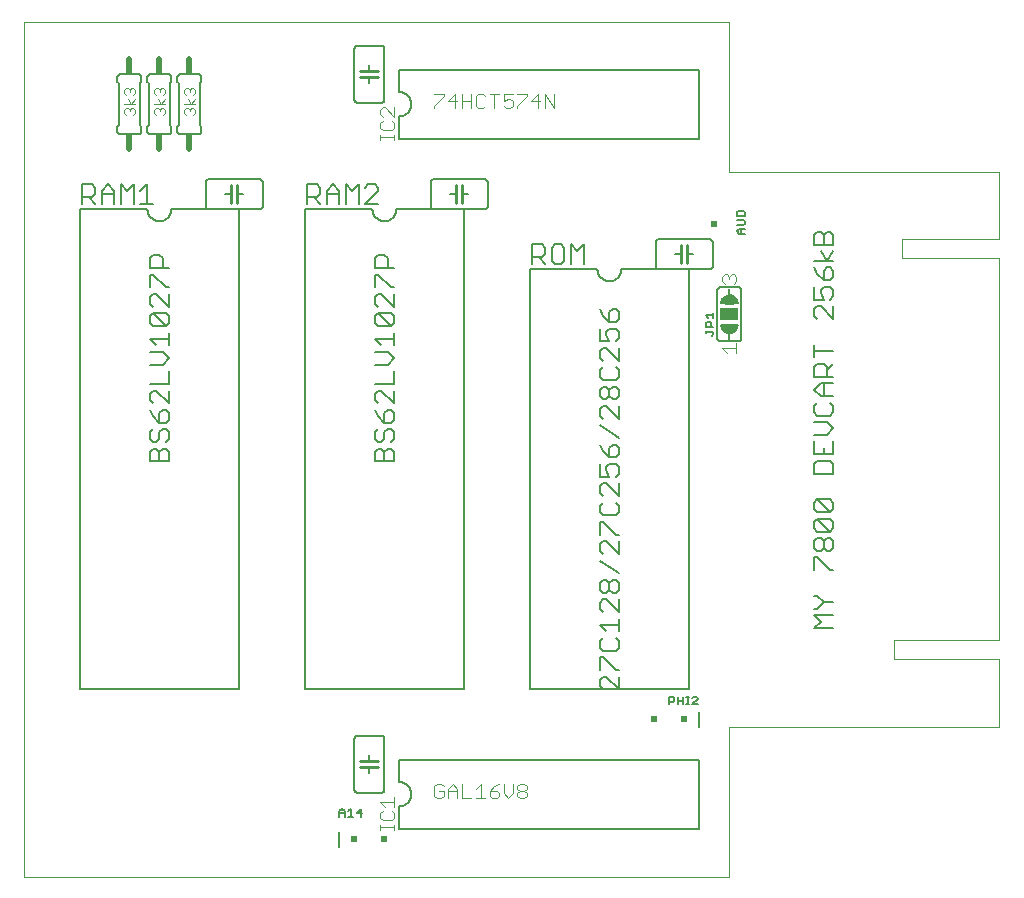
<source format=gto>
G75*
%MOIN*%
%OFA0B0*%
%FSLAX24Y24*%
%IPPOS*%
%LPD*%
%AMOC8*
5,1,8,0,0,1.08239X$1,22.5*
%
%ADD10C,0.0060*%
%ADD11C,0.0000*%
%ADD12C,0.0040*%
%ADD13C,0.0100*%
%ADD14C,0.0200*%
%ADD15R,0.0200X0.0150*%
%ADD16C,0.0080*%
%ADD17C,0.0050*%
%ADD18R,0.0600X0.0400*%
%ADD19R,0.0200X0.0200*%
D10*
X001950Y006350D02*
X007250Y006350D01*
X007250Y022350D01*
X005000Y022350D01*
X004998Y022311D01*
X004992Y022272D01*
X004983Y022234D01*
X004970Y022197D01*
X004953Y022161D01*
X004933Y022128D01*
X004909Y022096D01*
X004883Y022067D01*
X004854Y022041D01*
X004822Y022017D01*
X004789Y021997D01*
X004753Y021980D01*
X004716Y021967D01*
X004678Y021958D01*
X004639Y021952D01*
X004600Y021950D01*
X004561Y021952D01*
X004522Y021958D01*
X004484Y021967D01*
X004447Y021980D01*
X004411Y021997D01*
X004378Y022017D01*
X004346Y022041D01*
X004317Y022067D01*
X004291Y022096D01*
X004267Y022128D01*
X004247Y022161D01*
X004230Y022197D01*
X004217Y022234D01*
X004208Y022272D01*
X004202Y022311D01*
X004200Y022350D01*
X001950Y022350D01*
X001950Y006350D01*
X009450Y006350D02*
X014750Y006350D01*
X014750Y022350D01*
X012500Y022350D01*
X012498Y022311D01*
X012492Y022272D01*
X012483Y022234D01*
X012470Y022197D01*
X012453Y022161D01*
X012433Y022128D01*
X012409Y022096D01*
X012383Y022067D01*
X012354Y022041D01*
X012322Y022017D01*
X012289Y021997D01*
X012253Y021980D01*
X012216Y021967D01*
X012178Y021958D01*
X012139Y021952D01*
X012100Y021950D01*
X012061Y021952D01*
X012022Y021958D01*
X011984Y021967D01*
X011947Y021980D01*
X011911Y021997D01*
X011878Y022017D01*
X011846Y022041D01*
X011817Y022067D01*
X011791Y022096D01*
X011767Y022128D01*
X011747Y022161D01*
X011730Y022197D01*
X011717Y022234D01*
X011708Y022272D01*
X011702Y022311D01*
X011700Y022350D01*
X009450Y022350D01*
X009450Y006350D01*
X011100Y004700D02*
X011100Y003000D01*
X011102Y002983D01*
X011106Y002966D01*
X011113Y002950D01*
X011123Y002936D01*
X011136Y002923D01*
X011150Y002913D01*
X011166Y002906D01*
X011183Y002902D01*
X011200Y002900D01*
X012000Y002900D01*
X012017Y002902D01*
X012034Y002906D01*
X012050Y002913D01*
X012064Y002923D01*
X012077Y002936D01*
X012087Y002950D01*
X012094Y002966D01*
X012098Y002983D01*
X012100Y003000D01*
X012100Y004700D01*
X012098Y004717D01*
X012094Y004734D01*
X012087Y004750D01*
X012077Y004764D01*
X012064Y004777D01*
X012050Y004787D01*
X012034Y004794D01*
X012017Y004798D01*
X012000Y004800D01*
X011200Y004800D01*
X011183Y004798D01*
X011166Y004794D01*
X011150Y004787D01*
X011136Y004777D01*
X011123Y004764D01*
X011113Y004750D01*
X011106Y004734D01*
X011102Y004717D01*
X011100Y004700D01*
X011600Y004150D02*
X011600Y004000D01*
X011600Y003950D01*
X011600Y003750D02*
X011600Y003700D01*
X011600Y003550D01*
X012600Y003250D02*
X012600Y004000D01*
X022600Y004000D01*
X022600Y001700D01*
X012600Y001700D01*
X012600Y002450D01*
X012639Y002452D01*
X012678Y002458D01*
X012716Y002467D01*
X012753Y002480D01*
X012789Y002497D01*
X012822Y002517D01*
X012854Y002541D01*
X012883Y002567D01*
X012909Y002596D01*
X012933Y002628D01*
X012953Y002661D01*
X012970Y002697D01*
X012983Y002734D01*
X012992Y002772D01*
X012998Y002811D01*
X013000Y002850D01*
X012998Y002889D01*
X012992Y002928D01*
X012983Y002966D01*
X012970Y003003D01*
X012953Y003039D01*
X012933Y003072D01*
X012909Y003104D01*
X012883Y003133D01*
X012854Y003159D01*
X012822Y003183D01*
X012789Y003203D01*
X012753Y003220D01*
X012716Y003233D01*
X012678Y003242D01*
X012639Y003248D01*
X012600Y003250D01*
X011319Y002360D02*
X011189Y002230D01*
X011363Y002230D01*
X011319Y002100D02*
X011319Y002360D01*
X010981Y002360D02*
X010981Y002100D01*
X010895Y002100D02*
X011068Y002100D01*
X010895Y002273D02*
X010981Y002360D01*
X010773Y002273D02*
X010773Y002100D01*
X010773Y002230D02*
X010600Y002230D01*
X010600Y002273D02*
X010687Y002360D01*
X010773Y002273D01*
X010600Y002273D02*
X010600Y002100D01*
X016950Y006350D02*
X022250Y006350D01*
X022250Y020350D01*
X020000Y020350D01*
X019998Y020311D01*
X019992Y020272D01*
X019983Y020234D01*
X019970Y020197D01*
X019953Y020161D01*
X019933Y020128D01*
X019909Y020096D01*
X019883Y020067D01*
X019854Y020041D01*
X019822Y020017D01*
X019789Y019997D01*
X019753Y019980D01*
X019716Y019967D01*
X019678Y019958D01*
X019639Y019952D01*
X019600Y019950D01*
X019561Y019952D01*
X019522Y019958D01*
X019484Y019967D01*
X019447Y019980D01*
X019411Y019997D01*
X019378Y020017D01*
X019346Y020041D01*
X019317Y020067D01*
X019291Y020096D01*
X019267Y020128D01*
X019247Y020161D01*
X019230Y020197D01*
X019217Y020234D01*
X019208Y020272D01*
X019202Y020311D01*
X019200Y020350D01*
X016950Y020350D01*
X016950Y006350D01*
X019279Y006446D02*
X019386Y006339D01*
X019279Y006446D02*
X019279Y006659D01*
X019386Y006766D01*
X019493Y006766D01*
X019920Y006339D01*
X019920Y006766D01*
X019920Y006984D02*
X019813Y006984D01*
X019386Y007411D01*
X019279Y007411D01*
X019279Y006984D01*
X019386Y007628D02*
X019813Y007628D01*
X019920Y007735D01*
X019920Y007948D01*
X019813Y008055D01*
X019920Y008273D02*
X019920Y008700D01*
X019920Y008486D02*
X019279Y008486D01*
X019493Y008273D01*
X019386Y008055D02*
X019279Y007948D01*
X019279Y007735D01*
X019386Y007628D01*
X019386Y008917D02*
X019279Y009024D01*
X019279Y009237D01*
X019386Y009344D01*
X019493Y009344D01*
X019920Y008917D01*
X019920Y009344D01*
X019813Y009562D02*
X019706Y009562D01*
X019600Y009668D01*
X019600Y009882D01*
X019706Y009989D01*
X019813Y009989D01*
X019920Y009882D01*
X019920Y009668D01*
X019813Y009562D01*
X019600Y009668D02*
X019493Y009562D01*
X019386Y009562D01*
X019279Y009668D01*
X019279Y009882D01*
X019386Y009989D01*
X019493Y009989D01*
X019600Y009882D01*
X019920Y010206D02*
X019279Y010633D01*
X019386Y010851D02*
X019279Y010958D01*
X019279Y011171D01*
X019386Y011278D01*
X019493Y011278D01*
X019920Y010851D01*
X019920Y011278D01*
X019920Y011495D02*
X019813Y011495D01*
X019386Y011922D01*
X019279Y011922D01*
X019279Y011495D01*
X019386Y012140D02*
X019813Y012140D01*
X019920Y012247D01*
X019920Y012460D01*
X019813Y012567D01*
X019920Y012784D02*
X019493Y013212D01*
X019386Y013212D01*
X019279Y013105D01*
X019279Y012891D01*
X019386Y012784D01*
X019386Y012567D02*
X019279Y012460D01*
X019279Y012247D01*
X019386Y012140D01*
X019920Y012784D02*
X019920Y013212D01*
X019813Y013429D02*
X019920Y013536D01*
X019920Y013749D01*
X019813Y013856D01*
X019600Y013856D01*
X019493Y013749D01*
X019493Y013643D01*
X019600Y013429D01*
X019279Y013429D01*
X019279Y013856D01*
X019600Y014074D02*
X019386Y014287D01*
X019279Y014501D01*
X019600Y014394D02*
X019600Y014074D01*
X019813Y014074D01*
X019920Y014180D01*
X019920Y014394D01*
X019813Y014501D01*
X019706Y014501D01*
X019600Y014394D01*
X019920Y014718D02*
X019279Y015145D01*
X019386Y015363D02*
X019279Y015469D01*
X019279Y015683D01*
X019386Y015790D01*
X019493Y015790D01*
X019920Y015363D01*
X019920Y015790D01*
X019813Y016007D02*
X019920Y016114D01*
X019920Y016328D01*
X019813Y016434D01*
X019706Y016434D01*
X019600Y016328D01*
X019600Y016114D01*
X019493Y016007D01*
X019386Y016007D01*
X019279Y016114D01*
X019279Y016328D01*
X019386Y016434D01*
X019493Y016434D01*
X019600Y016328D01*
X019600Y016114D02*
X019706Y016007D01*
X019813Y016007D01*
X019813Y016652D02*
X019386Y016652D01*
X019279Y016759D01*
X019279Y016972D01*
X019386Y017079D01*
X019386Y017296D02*
X019279Y017403D01*
X019279Y017617D01*
X019386Y017723D01*
X019493Y017723D01*
X019920Y017296D01*
X019920Y017723D01*
X019813Y017941D02*
X019920Y018048D01*
X019920Y018261D01*
X019813Y018368D01*
X019600Y018368D01*
X019493Y018261D01*
X019493Y018154D01*
X019600Y017941D01*
X019279Y017941D01*
X019279Y018368D01*
X019600Y018585D02*
X019386Y018799D01*
X019279Y019012D01*
X019600Y018906D02*
X019600Y018585D01*
X019813Y018585D01*
X019920Y018692D01*
X019920Y018906D01*
X019813Y019012D01*
X019706Y019012D01*
X019600Y018906D01*
X021250Y020350D02*
X022950Y020350D01*
X022967Y020352D01*
X022984Y020356D01*
X023000Y020363D01*
X023014Y020373D01*
X023027Y020386D01*
X023037Y020400D01*
X023044Y020416D01*
X023048Y020433D01*
X023050Y020450D01*
X023050Y021250D01*
X023048Y021267D01*
X023044Y021284D01*
X023037Y021300D01*
X023027Y021314D01*
X023014Y021327D01*
X023000Y021337D01*
X022984Y021344D01*
X022967Y021348D01*
X022950Y021350D01*
X021250Y021350D01*
X021233Y021348D01*
X021216Y021344D01*
X021200Y021337D01*
X021186Y021327D01*
X021173Y021314D01*
X021163Y021300D01*
X021156Y021284D01*
X021152Y021267D01*
X021150Y021250D01*
X021150Y020450D01*
X021152Y020433D01*
X021156Y020416D01*
X021163Y020400D01*
X021173Y020386D01*
X021186Y020373D01*
X021200Y020363D01*
X021216Y020356D01*
X021233Y020352D01*
X021250Y020350D01*
X021800Y020850D02*
X021950Y020850D01*
X022000Y020850D01*
X022200Y020850D02*
X022250Y020850D01*
X022400Y020850D01*
X023850Y021613D02*
X023937Y021700D01*
X024110Y021700D01*
X024067Y021821D02*
X024110Y021864D01*
X024110Y021951D01*
X024067Y021994D01*
X023850Y021994D01*
X023850Y022115D02*
X023850Y022245D01*
X023893Y022289D01*
X024067Y022289D01*
X024110Y022245D01*
X024110Y022115D01*
X023850Y022115D01*
X023850Y021821D02*
X024067Y021821D01*
X023980Y021700D02*
X023980Y021526D01*
X023937Y021526D02*
X023850Y021613D01*
X023937Y021526D02*
X024110Y021526D01*
X026429Y021484D02*
X026429Y021164D01*
X027070Y021164D01*
X027070Y021484D01*
X026963Y021591D01*
X026856Y021591D01*
X026750Y021484D01*
X026750Y021164D01*
X026643Y020947D02*
X026856Y020626D01*
X027070Y020947D01*
X027070Y020626D02*
X026429Y020626D01*
X026429Y020409D02*
X026536Y020195D01*
X026750Y019982D01*
X026750Y020302D01*
X026856Y020409D01*
X026963Y020409D01*
X027070Y020302D01*
X027070Y020089D01*
X026963Y019982D01*
X026750Y019982D01*
X026750Y019764D02*
X026963Y019764D01*
X027070Y019658D01*
X027070Y019444D01*
X026963Y019337D01*
X026750Y019337D02*
X026643Y019551D01*
X026643Y019658D01*
X026750Y019764D01*
X026429Y019764D02*
X026429Y019337D01*
X026750Y019337D01*
X026643Y019120D02*
X026536Y019120D01*
X026429Y019013D01*
X026429Y018800D01*
X026536Y018693D01*
X026643Y019120D02*
X027070Y018693D01*
X027070Y019120D01*
X026429Y017831D02*
X026429Y017404D01*
X026429Y017617D02*
X027070Y017617D01*
X027070Y017186D02*
X026856Y016973D01*
X026856Y017079D02*
X026856Y016759D01*
X027070Y016759D02*
X026429Y016759D01*
X026429Y017079D01*
X026536Y017186D01*
X026750Y017186D01*
X026856Y017079D01*
X026750Y016542D02*
X026750Y016115D01*
X026643Y016115D02*
X026429Y016328D01*
X026643Y016542D01*
X027070Y016542D01*
X027070Y016115D02*
X026643Y016115D01*
X026536Y015897D02*
X026429Y015790D01*
X026429Y015577D01*
X026536Y015470D01*
X026963Y015470D01*
X027070Y015577D01*
X027070Y015790D01*
X026963Y015897D01*
X026856Y015253D02*
X026429Y015253D01*
X026856Y015253D02*
X027070Y015039D01*
X026856Y014825D01*
X026429Y014825D01*
X026429Y014608D02*
X026429Y014181D01*
X027070Y014181D01*
X027070Y014608D01*
X026750Y014394D02*
X026750Y014181D01*
X026963Y013963D02*
X026536Y013963D01*
X026429Y013857D01*
X026429Y013536D01*
X027070Y013536D01*
X027070Y013857D01*
X026963Y013963D01*
X026963Y012674D02*
X026536Y012674D01*
X026963Y012247D01*
X027070Y012354D01*
X027070Y012568D01*
X026963Y012674D01*
X026536Y012674D02*
X026429Y012568D01*
X026429Y012354D01*
X026536Y012247D01*
X026963Y012247D01*
X026963Y012030D02*
X026536Y012030D01*
X026963Y011603D01*
X027070Y011710D01*
X027070Y011923D01*
X026963Y012030D01*
X026536Y012030D02*
X026429Y011923D01*
X026429Y011710D01*
X026536Y011603D01*
X026963Y011603D01*
X026963Y011385D02*
X026856Y011385D01*
X026750Y011278D01*
X026750Y011065D01*
X026643Y010958D01*
X026536Y010958D01*
X026429Y011065D01*
X026429Y011278D01*
X026536Y011385D01*
X026643Y011385D01*
X026750Y011278D01*
X026750Y011065D02*
X026856Y010958D01*
X026963Y010958D01*
X027070Y011065D01*
X027070Y011278D01*
X026963Y011385D01*
X026536Y010741D02*
X026429Y010741D01*
X026429Y010314D01*
X026536Y010741D02*
X026963Y010314D01*
X027070Y010314D01*
X026536Y009452D02*
X026429Y009452D01*
X026536Y009452D02*
X026750Y009238D01*
X027070Y009238D01*
X026750Y009238D02*
X026536Y009025D01*
X026429Y009025D01*
X026429Y008807D02*
X027070Y008807D01*
X027070Y008380D02*
X026429Y008380D01*
X026643Y008594D01*
X026429Y008807D01*
X022539Y006057D02*
X022539Y006013D01*
X022365Y005840D01*
X022539Y005840D01*
X022539Y006057D02*
X022495Y006100D01*
X022409Y006100D01*
X022365Y006057D01*
X022256Y006100D02*
X022169Y006100D01*
X022212Y006100D02*
X022212Y005840D01*
X022169Y005840D02*
X022256Y005840D01*
X022048Y005840D02*
X022048Y006100D01*
X022048Y005970D02*
X021874Y005970D01*
X021753Y005970D02*
X021710Y005927D01*
X021580Y005927D01*
X021580Y005840D02*
X021580Y006100D01*
X021710Y006100D01*
X021753Y006057D01*
X021753Y005970D01*
X021874Y005840D02*
X021874Y006100D01*
X012420Y013940D02*
X012420Y014260D01*
X012313Y014367D01*
X012206Y014367D01*
X012100Y014260D01*
X012100Y013940D01*
X012420Y013940D02*
X011779Y013940D01*
X011779Y014260D01*
X011886Y014367D01*
X011993Y014367D01*
X012100Y014260D01*
X011993Y014584D02*
X012100Y014691D01*
X012100Y014905D01*
X012206Y015012D01*
X012313Y015012D01*
X012420Y014905D01*
X012420Y014691D01*
X012313Y014584D01*
X011993Y014584D02*
X011886Y014584D01*
X011779Y014691D01*
X011779Y014905D01*
X011886Y015012D01*
X012100Y015229D02*
X012100Y015549D01*
X012206Y015656D01*
X012313Y015656D01*
X012420Y015549D01*
X012420Y015336D01*
X012313Y015229D01*
X012100Y015229D01*
X011886Y015443D01*
X011779Y015656D01*
X011886Y015874D02*
X011779Y015980D01*
X011779Y016194D01*
X011886Y016301D01*
X011993Y016301D01*
X012420Y015874D01*
X012420Y016301D01*
X012420Y016518D02*
X012420Y016945D01*
X012206Y017163D02*
X012420Y017376D01*
X012206Y017590D01*
X011779Y017590D01*
X011993Y017807D02*
X011779Y018021D01*
X012420Y018021D01*
X012420Y018234D02*
X012420Y017807D01*
X012313Y018452D02*
X011886Y018452D01*
X011779Y018559D01*
X011779Y018772D01*
X011886Y018879D01*
X012313Y018452D01*
X012420Y018559D01*
X012420Y018772D01*
X012313Y018879D01*
X011886Y018879D01*
X011886Y019096D02*
X011779Y019203D01*
X011779Y019417D01*
X011886Y019523D01*
X011993Y019523D01*
X012420Y019096D01*
X012420Y019523D01*
X012420Y019741D02*
X012313Y019741D01*
X011886Y020168D01*
X011779Y020168D01*
X011779Y019741D01*
X011779Y020385D02*
X011779Y020706D01*
X011886Y020812D01*
X012100Y020812D01*
X012206Y020706D01*
X012206Y020385D01*
X012420Y020385D02*
X011779Y020385D01*
X013750Y022350D02*
X015450Y022350D01*
X015467Y022352D01*
X015484Y022356D01*
X015500Y022363D01*
X015514Y022373D01*
X015527Y022386D01*
X015537Y022400D01*
X015544Y022416D01*
X015548Y022433D01*
X015550Y022450D01*
X015550Y023250D01*
X015548Y023267D01*
X015544Y023284D01*
X015537Y023300D01*
X015527Y023314D01*
X015514Y023327D01*
X015500Y023337D01*
X015484Y023344D01*
X015467Y023348D01*
X015450Y023350D01*
X013750Y023350D01*
X013733Y023348D01*
X013716Y023344D01*
X013700Y023337D01*
X013686Y023327D01*
X013673Y023314D01*
X013663Y023300D01*
X013656Y023284D01*
X013652Y023267D01*
X013650Y023250D01*
X013650Y022450D01*
X013652Y022433D01*
X013656Y022416D01*
X013663Y022400D01*
X013673Y022386D01*
X013686Y022373D01*
X013700Y022363D01*
X013716Y022356D01*
X013733Y022352D01*
X013750Y022350D01*
X014300Y022850D02*
X014450Y022850D01*
X014500Y022850D01*
X014700Y022850D02*
X014750Y022850D01*
X014900Y022850D01*
X017030Y021171D02*
X017350Y021171D01*
X017457Y021064D01*
X017457Y020850D01*
X017350Y020744D01*
X017030Y020744D01*
X017244Y020744D02*
X017457Y020530D01*
X017675Y020637D02*
X017781Y020530D01*
X017995Y020530D01*
X018102Y020637D01*
X018102Y021064D01*
X017995Y021171D01*
X017781Y021171D01*
X017675Y021064D01*
X017675Y020637D01*
X018319Y020530D02*
X018319Y021171D01*
X018533Y020957D01*
X018746Y021171D01*
X018746Y020530D01*
X017030Y020530D02*
X017030Y021171D01*
X012600Y024700D02*
X012600Y025450D01*
X012639Y025452D01*
X012678Y025458D01*
X012716Y025467D01*
X012753Y025480D01*
X012789Y025497D01*
X012822Y025517D01*
X012854Y025541D01*
X012883Y025567D01*
X012909Y025596D01*
X012933Y025628D01*
X012953Y025661D01*
X012970Y025697D01*
X012983Y025734D01*
X012992Y025772D01*
X012998Y025811D01*
X013000Y025850D01*
X012998Y025889D01*
X012992Y025928D01*
X012983Y025966D01*
X012970Y026003D01*
X012953Y026039D01*
X012933Y026072D01*
X012909Y026104D01*
X012883Y026133D01*
X012854Y026159D01*
X012822Y026183D01*
X012789Y026203D01*
X012753Y026220D01*
X012716Y026233D01*
X012678Y026242D01*
X012639Y026248D01*
X012600Y026250D01*
X012600Y027000D01*
X022600Y027000D01*
X022600Y024700D01*
X012600Y024700D01*
X012000Y025900D02*
X011200Y025900D01*
X011183Y025902D01*
X011166Y025906D01*
X011150Y025913D01*
X011136Y025923D01*
X011123Y025936D01*
X011113Y025950D01*
X011106Y025966D01*
X011102Y025983D01*
X011100Y026000D01*
X011100Y027700D01*
X011102Y027717D01*
X011106Y027734D01*
X011113Y027750D01*
X011123Y027764D01*
X011136Y027777D01*
X011150Y027787D01*
X011166Y027794D01*
X011183Y027798D01*
X011200Y027800D01*
X012000Y027800D01*
X012017Y027798D01*
X012034Y027794D01*
X012050Y027787D01*
X012064Y027777D01*
X012077Y027764D01*
X012087Y027750D01*
X012094Y027734D01*
X012098Y027717D01*
X012100Y027700D01*
X012100Y026000D01*
X012098Y025983D01*
X012094Y025966D01*
X012087Y025950D01*
X012077Y025936D01*
X012064Y025923D01*
X012050Y025913D01*
X012034Y025906D01*
X012017Y025902D01*
X012000Y025900D01*
X011600Y026550D02*
X011600Y026700D01*
X011600Y026750D01*
X011600Y026950D02*
X011600Y027000D01*
X011600Y027150D01*
X007950Y023350D02*
X006250Y023350D01*
X006233Y023348D01*
X006216Y023344D01*
X006200Y023337D01*
X006186Y023327D01*
X006173Y023314D01*
X006163Y023300D01*
X006156Y023284D01*
X006152Y023267D01*
X006150Y023250D01*
X006150Y022450D01*
X006152Y022433D01*
X006156Y022416D01*
X006163Y022400D01*
X006173Y022386D01*
X006186Y022373D01*
X006200Y022363D01*
X006216Y022356D01*
X006233Y022352D01*
X006250Y022350D01*
X007950Y022350D01*
X007967Y022352D01*
X007984Y022356D01*
X008000Y022363D01*
X008014Y022373D01*
X008027Y022386D01*
X008037Y022400D01*
X008044Y022416D01*
X008048Y022433D01*
X008050Y022450D01*
X008050Y023250D01*
X008048Y023267D01*
X008044Y023284D01*
X008037Y023300D01*
X008027Y023314D01*
X008014Y023327D01*
X008000Y023337D01*
X007984Y023344D01*
X007967Y023348D01*
X007950Y023350D01*
X007400Y022850D02*
X007250Y022850D01*
X007200Y022850D01*
X007000Y022850D02*
X006950Y022850D01*
X006800Y022850D01*
X005900Y024850D02*
X005300Y024850D01*
X005283Y024852D01*
X005266Y024856D01*
X005250Y024863D01*
X005236Y024873D01*
X005223Y024886D01*
X005213Y024900D01*
X005206Y024916D01*
X005202Y024933D01*
X005200Y024950D01*
X005200Y025100D01*
X005250Y025150D01*
X005250Y026550D01*
X005200Y026600D01*
X005200Y026750D01*
X005202Y026767D01*
X005206Y026784D01*
X005213Y026800D01*
X005223Y026814D01*
X005236Y026827D01*
X005250Y026837D01*
X005266Y026844D01*
X005283Y026848D01*
X005300Y026850D01*
X005900Y026850D01*
X005917Y026848D01*
X005934Y026844D01*
X005950Y026837D01*
X005964Y026827D01*
X005977Y026814D01*
X005987Y026800D01*
X005994Y026784D01*
X005998Y026767D01*
X006000Y026750D01*
X006000Y026600D01*
X005950Y026550D01*
X005950Y025150D01*
X006000Y025100D01*
X006000Y024950D01*
X005998Y024933D01*
X005994Y024916D01*
X005987Y024900D01*
X005977Y024886D01*
X005964Y024873D01*
X005950Y024863D01*
X005934Y024856D01*
X005917Y024852D01*
X005900Y024850D01*
X005000Y024950D02*
X005000Y025100D01*
X004950Y025150D01*
X004950Y026550D01*
X005000Y026600D01*
X005000Y026750D01*
X004998Y026767D01*
X004994Y026784D01*
X004987Y026800D01*
X004977Y026814D01*
X004964Y026827D01*
X004950Y026837D01*
X004934Y026844D01*
X004917Y026848D01*
X004900Y026850D01*
X004300Y026850D01*
X004283Y026848D01*
X004266Y026844D01*
X004250Y026837D01*
X004236Y026827D01*
X004223Y026814D01*
X004213Y026800D01*
X004206Y026784D01*
X004202Y026767D01*
X004200Y026750D01*
X004200Y026600D01*
X004250Y026550D01*
X004250Y025150D01*
X004200Y025100D01*
X004200Y024950D01*
X004202Y024933D01*
X004206Y024916D01*
X004213Y024900D01*
X004223Y024886D01*
X004236Y024873D01*
X004250Y024863D01*
X004266Y024856D01*
X004283Y024852D01*
X004300Y024850D01*
X004900Y024850D01*
X004917Y024852D01*
X004934Y024856D01*
X004950Y024863D01*
X004964Y024873D01*
X004977Y024886D01*
X004987Y024900D01*
X004994Y024916D01*
X004998Y024933D01*
X005000Y024950D01*
X004000Y024950D02*
X004000Y025100D01*
X003950Y025150D01*
X003950Y026550D01*
X004000Y026600D01*
X004000Y026750D01*
X003998Y026767D01*
X003994Y026784D01*
X003987Y026800D01*
X003977Y026814D01*
X003964Y026827D01*
X003950Y026837D01*
X003934Y026844D01*
X003917Y026848D01*
X003900Y026850D01*
X003300Y026850D01*
X003283Y026848D01*
X003266Y026844D01*
X003250Y026837D01*
X003236Y026827D01*
X003223Y026814D01*
X003213Y026800D01*
X003206Y026784D01*
X003202Y026767D01*
X003200Y026750D01*
X003200Y026600D01*
X003250Y026550D01*
X003250Y025150D01*
X003200Y025100D01*
X003200Y024950D01*
X003202Y024933D01*
X003206Y024916D01*
X003213Y024900D01*
X003223Y024886D01*
X003236Y024873D01*
X003250Y024863D01*
X003266Y024856D01*
X003283Y024852D01*
X003300Y024850D01*
X003900Y024850D01*
X003917Y024852D01*
X003934Y024856D01*
X003950Y024863D01*
X003964Y024873D01*
X003977Y024886D01*
X003987Y024900D01*
X003994Y024916D01*
X003998Y024933D01*
X004000Y024950D01*
X004177Y023171D02*
X004177Y022530D01*
X003964Y022530D02*
X004391Y022530D01*
X003964Y022957D02*
X004177Y023171D01*
X003746Y023171D02*
X003533Y022957D01*
X003319Y023171D01*
X003319Y022530D01*
X003102Y022530D02*
X003102Y022957D01*
X002888Y023171D01*
X002675Y022957D01*
X002675Y022530D01*
X002457Y022530D02*
X002244Y022744D01*
X002350Y022744D02*
X002030Y022744D01*
X002030Y022530D02*
X002030Y023171D01*
X002350Y023171D01*
X002457Y023064D01*
X002457Y022850D01*
X002350Y022744D01*
X002675Y022850D02*
X003102Y022850D01*
X003746Y023171D02*
X003746Y022530D01*
X004386Y020812D02*
X004600Y020812D01*
X004706Y020706D01*
X004706Y020385D01*
X004920Y020385D02*
X004279Y020385D01*
X004279Y020706D01*
X004386Y020812D01*
X004386Y020168D02*
X004813Y019741D01*
X004920Y019741D01*
X004920Y019523D02*
X004920Y019096D01*
X004493Y019523D01*
X004386Y019523D01*
X004279Y019417D01*
X004279Y019203D01*
X004386Y019096D01*
X004386Y018879D02*
X004813Y018452D01*
X004920Y018559D01*
X004920Y018772D01*
X004813Y018879D01*
X004386Y018879D01*
X004279Y018772D01*
X004279Y018559D01*
X004386Y018452D01*
X004813Y018452D01*
X004920Y018234D02*
X004920Y017807D01*
X004920Y018021D02*
X004279Y018021D01*
X004493Y017807D01*
X004706Y017590D02*
X004279Y017590D01*
X004706Y017590D02*
X004920Y017376D01*
X004706Y017163D01*
X004279Y017163D01*
X004279Y016518D02*
X004920Y016518D01*
X004920Y016945D01*
X004920Y016301D02*
X004920Y015874D01*
X004493Y016301D01*
X004386Y016301D01*
X004279Y016194D01*
X004279Y015980D01*
X004386Y015874D01*
X004279Y015656D02*
X004386Y015443D01*
X004600Y015229D01*
X004600Y015549D01*
X004706Y015656D01*
X004813Y015656D01*
X004920Y015549D01*
X004920Y015336D01*
X004813Y015229D01*
X004600Y015229D01*
X004706Y015012D02*
X004813Y015012D01*
X004920Y014905D01*
X004920Y014691D01*
X004813Y014584D01*
X004813Y014367D02*
X004920Y014260D01*
X004920Y013940D01*
X004279Y013940D01*
X004279Y014260D01*
X004386Y014367D01*
X004493Y014367D01*
X004600Y014260D01*
X004600Y013940D01*
X004600Y014260D02*
X004706Y014367D01*
X004813Y014367D01*
X004493Y014584D02*
X004600Y014691D01*
X004600Y014905D01*
X004706Y015012D01*
X004386Y015012D02*
X004279Y014905D01*
X004279Y014691D01*
X004386Y014584D01*
X004493Y014584D01*
X004279Y019741D02*
X004279Y020168D01*
X004386Y020168D01*
X009530Y022530D02*
X009530Y023171D01*
X009850Y023171D01*
X009957Y023064D01*
X009957Y022850D01*
X009850Y022744D01*
X009530Y022744D01*
X009744Y022744D02*
X009957Y022530D01*
X010175Y022530D02*
X010175Y022957D01*
X010388Y023171D01*
X010602Y022957D01*
X010602Y022530D01*
X010819Y022530D02*
X010819Y023171D01*
X011033Y022957D01*
X011246Y023171D01*
X011246Y022530D01*
X011464Y022530D02*
X011891Y022957D01*
X011891Y023064D01*
X011784Y023171D01*
X011570Y023171D01*
X011464Y023064D01*
X011464Y022530D02*
X011891Y022530D01*
X010602Y022850D02*
X010175Y022850D01*
X011779Y017163D02*
X012206Y017163D01*
X012420Y016518D02*
X011779Y016518D01*
X019813Y016652D02*
X019920Y016759D01*
X019920Y016972D01*
X019813Y017079D01*
X022810Y018217D02*
X022810Y018303D01*
X022810Y018260D02*
X023027Y018260D01*
X023070Y018217D01*
X023070Y018173D01*
X023027Y018130D01*
X023070Y018425D02*
X022810Y018425D01*
X022810Y018555D01*
X022853Y018598D01*
X022940Y018598D01*
X022983Y018555D01*
X022983Y018425D01*
X022897Y018719D02*
X022810Y018806D01*
X023070Y018806D01*
X023070Y018719D02*
X023070Y018893D01*
X026429Y021484D02*
X026536Y021591D01*
X026643Y021591D01*
X026750Y021484D01*
D11*
X023600Y000100D02*
X000100Y000100D01*
X000100Y028600D01*
X023600Y028600D01*
X023600Y023600D01*
X032600Y023600D01*
X032600Y021350D01*
X029350Y021350D01*
X029350Y020725D01*
X032600Y020725D01*
X032600Y007975D01*
X029100Y007975D01*
X029100Y007350D01*
X032600Y007350D01*
X032600Y005100D01*
X023600Y005100D01*
X023600Y000100D01*
D12*
X016839Y002797D02*
X016763Y002720D01*
X016609Y002720D01*
X016532Y002797D01*
X016532Y002873D01*
X016609Y002950D01*
X016763Y002950D01*
X016839Y002873D01*
X016839Y002797D01*
X016763Y002950D02*
X016839Y003027D01*
X016839Y003104D01*
X016763Y003180D01*
X016609Y003180D01*
X016532Y003104D01*
X016532Y003027D01*
X016609Y002950D01*
X016379Y002873D02*
X016225Y002720D01*
X016072Y002873D01*
X016072Y003180D01*
X015918Y003180D02*
X015765Y003104D01*
X015612Y002950D01*
X015842Y002950D01*
X015918Y002873D01*
X015918Y002797D01*
X015842Y002720D01*
X015688Y002720D01*
X015612Y002797D01*
X015612Y002950D01*
X015458Y002720D02*
X015151Y002720D01*
X014998Y002720D02*
X014691Y002720D01*
X014691Y003180D01*
X014537Y003027D02*
X014537Y002720D01*
X014537Y002950D02*
X014230Y002950D01*
X014230Y003027D02*
X014384Y003180D01*
X014537Y003027D01*
X014230Y003027D02*
X014230Y002720D01*
X014077Y002797D02*
X014077Y002950D01*
X013923Y002950D01*
X013770Y002797D02*
X013770Y003104D01*
X013847Y003180D01*
X014000Y003180D01*
X014077Y003104D01*
X014077Y002797D02*
X014000Y002720D01*
X013847Y002720D01*
X013770Y002797D01*
X012430Y002744D02*
X012430Y002437D01*
X012430Y002591D02*
X011970Y002591D01*
X012123Y002437D01*
X012046Y002284D02*
X011970Y002207D01*
X011970Y002054D01*
X012046Y001977D01*
X012353Y001977D01*
X012430Y002054D01*
X012430Y002207D01*
X012353Y002284D01*
X012430Y001823D02*
X012430Y001670D01*
X012430Y001747D02*
X011970Y001747D01*
X011970Y001823D02*
X011970Y001670D01*
X015151Y003027D02*
X015305Y003180D01*
X015305Y002720D01*
X016379Y002873D02*
X016379Y003180D01*
X023523Y017570D02*
X023370Y017723D01*
X023830Y017723D01*
X023830Y017570D02*
X023830Y017877D01*
X023753Y019870D02*
X023830Y019947D01*
X023830Y020100D01*
X023753Y020177D01*
X023677Y020177D01*
X023600Y020100D01*
X023600Y020023D01*
X023600Y020100D02*
X023523Y020177D01*
X023446Y020177D01*
X023370Y020100D01*
X023370Y019947D01*
X023446Y019870D01*
X017760Y025720D02*
X017760Y026180D01*
X017453Y026180D02*
X017760Y025720D01*
X017453Y025720D02*
X017453Y026180D01*
X017223Y026180D02*
X016993Y025950D01*
X017300Y025950D01*
X017223Y025720D02*
X017223Y026180D01*
X016839Y026180D02*
X016839Y026104D01*
X016532Y025797D01*
X016532Y025720D01*
X016379Y025797D02*
X016379Y025950D01*
X016302Y026027D01*
X016225Y026027D01*
X016072Y025950D01*
X016072Y026180D01*
X016379Y026180D01*
X016532Y026180D02*
X016839Y026180D01*
X016379Y025797D02*
X016302Y025720D01*
X016149Y025720D01*
X016072Y025797D01*
X015765Y025720D02*
X015765Y026180D01*
X015612Y026180D02*
X015918Y026180D01*
X015458Y026104D02*
X015381Y026180D01*
X015228Y026180D01*
X015151Y026104D01*
X015151Y025797D01*
X015228Y025720D01*
X015381Y025720D01*
X015458Y025797D01*
X014998Y025720D02*
X014998Y026180D01*
X014998Y025950D02*
X014691Y025950D01*
X014537Y025950D02*
X014230Y025950D01*
X014461Y026180D01*
X014461Y025720D01*
X014691Y025720D02*
X014691Y026180D01*
X014077Y026180D02*
X014077Y026104D01*
X013770Y025797D01*
X013770Y025720D01*
X013770Y026180D02*
X014077Y026180D01*
X012430Y025744D02*
X012430Y025437D01*
X012123Y025744D01*
X012046Y025744D01*
X011970Y025668D01*
X011970Y025514D01*
X012046Y025437D01*
X012046Y025284D02*
X011970Y025207D01*
X011970Y025054D01*
X012046Y024977D01*
X012353Y024977D01*
X012430Y025054D01*
X012430Y025207D01*
X012353Y025284D01*
X012430Y024823D02*
X012430Y024670D01*
X012430Y024747D02*
X011970Y024747D01*
X011970Y024823D02*
X011970Y024670D01*
X005780Y025551D02*
X005722Y025493D01*
X005780Y025551D02*
X005780Y025668D01*
X005722Y025726D01*
X005663Y025726D01*
X005605Y025668D01*
X005605Y025609D01*
X005605Y025668D02*
X005546Y025726D01*
X005488Y025726D01*
X005430Y025668D01*
X005430Y025551D01*
X005488Y025493D01*
X005430Y025852D02*
X005780Y025852D01*
X005663Y025852D02*
X005546Y026027D01*
X005488Y026151D02*
X005430Y026209D01*
X005430Y026326D01*
X005488Y026384D01*
X005546Y026384D01*
X005605Y026326D01*
X005663Y026384D01*
X005722Y026384D01*
X005780Y026326D01*
X005780Y026209D01*
X005722Y026151D01*
X005780Y026027D02*
X005663Y025852D01*
X005605Y026268D02*
X005605Y026326D01*
X004780Y026326D02*
X004780Y026209D01*
X004722Y026151D01*
X004780Y026027D02*
X004663Y025852D01*
X004546Y026027D01*
X004488Y026151D02*
X004430Y026209D01*
X004430Y026326D01*
X004488Y026384D01*
X004546Y026384D01*
X004605Y026326D01*
X004663Y026384D01*
X004722Y026384D01*
X004780Y026326D01*
X004605Y026326D02*
X004605Y026268D01*
X004780Y025852D02*
X004430Y025852D01*
X004488Y025726D02*
X004546Y025726D01*
X004605Y025668D01*
X004663Y025726D01*
X004722Y025726D01*
X004780Y025668D01*
X004780Y025551D01*
X004722Y025493D01*
X004605Y025609D02*
X004605Y025668D01*
X004488Y025726D02*
X004430Y025668D01*
X004430Y025551D01*
X004488Y025493D01*
X003780Y025551D02*
X003722Y025493D01*
X003780Y025551D02*
X003780Y025668D01*
X003722Y025726D01*
X003663Y025726D01*
X003605Y025668D01*
X003605Y025609D01*
X003605Y025668D02*
X003546Y025726D01*
X003488Y025726D01*
X003430Y025668D01*
X003430Y025551D01*
X003488Y025493D01*
X003430Y025852D02*
X003780Y025852D01*
X003663Y025852D02*
X003546Y026027D01*
X003488Y026151D02*
X003430Y026209D01*
X003430Y026326D01*
X003488Y026384D01*
X003546Y026384D01*
X003605Y026326D01*
X003663Y026384D01*
X003722Y026384D01*
X003780Y026326D01*
X003780Y026209D01*
X003722Y026151D01*
X003780Y026027D02*
X003663Y025852D01*
X003605Y026268D02*
X003605Y026326D01*
D13*
X007000Y023150D02*
X007000Y022850D01*
X007000Y022550D01*
X007200Y022550D02*
X007200Y022850D01*
X007200Y023150D01*
X011300Y026750D02*
X011600Y026750D01*
X011900Y026750D01*
X011900Y026950D02*
X011600Y026950D01*
X011300Y026950D01*
X014500Y023150D02*
X014500Y022850D01*
X014500Y022550D01*
X014700Y022550D02*
X014700Y022850D01*
X014700Y023150D01*
X022000Y021150D02*
X022000Y020850D01*
X022000Y020550D01*
X022200Y020550D02*
X022200Y020850D01*
X022200Y021150D01*
X011900Y003950D02*
X011600Y003950D01*
X011300Y003950D01*
X011300Y003750D02*
X011600Y003750D01*
X011900Y003750D01*
D14*
X005600Y024350D02*
X005600Y024700D01*
X004600Y024700D02*
X004600Y024350D01*
X003600Y024350D02*
X003600Y024700D01*
X003600Y027000D02*
X003600Y027350D01*
X004600Y027350D02*
X004600Y027000D01*
X005600Y027000D02*
X005600Y027350D01*
D15*
X005600Y026925D03*
X004600Y026925D03*
X003600Y026925D03*
X003600Y024775D03*
X004600Y024775D03*
X005600Y024775D03*
D16*
X023200Y019650D02*
X023200Y018050D01*
X023202Y018033D01*
X023206Y018016D01*
X023213Y018000D01*
X023223Y017986D01*
X023236Y017973D01*
X023250Y017963D01*
X023266Y017956D01*
X023283Y017952D01*
X023300Y017950D01*
X023900Y017950D01*
X023917Y017952D01*
X023934Y017956D01*
X023950Y017963D01*
X023964Y017973D01*
X023977Y017986D01*
X023987Y018000D01*
X023994Y018016D01*
X023998Y018033D01*
X024000Y018050D01*
X024000Y019650D01*
X023998Y019667D01*
X023994Y019684D01*
X023987Y019700D01*
X023977Y019714D01*
X023964Y019727D01*
X023950Y019737D01*
X023934Y019744D01*
X023917Y019748D01*
X023900Y019750D01*
X023300Y019750D01*
X023283Y019748D01*
X023266Y019744D01*
X023250Y019737D01*
X023236Y019727D01*
X023223Y019714D01*
X023213Y019700D01*
X023206Y019684D01*
X023202Y019667D01*
X023200Y019650D01*
X023600Y019700D02*
X023600Y019500D01*
X023600Y018200D02*
X023600Y018000D01*
X022600Y005600D02*
X022600Y005100D01*
X010600Y001600D02*
X010600Y001100D01*
D17*
X023327Y018476D02*
X023600Y018499D01*
X023600Y018499D01*
X023873Y018476D01*
X023874Y018475D01*
X023869Y018443D01*
X023860Y018411D01*
X023848Y018381D01*
X023832Y018353D01*
X023813Y018326D01*
X023791Y018302D01*
X023767Y018281D01*
X023740Y018263D01*
X023711Y018248D01*
X023680Y018237D01*
X023649Y018229D01*
X023616Y018225D01*
X023584Y018225D01*
X023551Y018229D01*
X023520Y018237D01*
X023489Y018248D01*
X023460Y018263D01*
X023433Y018281D01*
X023409Y018302D01*
X023387Y018326D01*
X023368Y018353D01*
X023352Y018381D01*
X023340Y018411D01*
X023331Y018443D01*
X023326Y018475D01*
X023373Y018475D01*
X023378Y018447D01*
X023387Y018419D01*
X023399Y018393D01*
X023414Y018368D01*
X023432Y018345D01*
X023453Y018325D01*
X023477Y018308D01*
X023502Y018294D01*
X023529Y018283D01*
X023557Y018276D01*
X023586Y018272D01*
X023614Y018272D01*
X023643Y018276D01*
X023671Y018283D01*
X023698Y018294D01*
X023723Y018308D01*
X023747Y018325D01*
X023768Y018345D01*
X023786Y018368D01*
X023801Y018393D01*
X023813Y018419D01*
X023822Y018447D01*
X023827Y018475D01*
X023779Y018475D01*
X023774Y018450D01*
X023765Y018425D01*
X023753Y018403D01*
X023737Y018382D01*
X023719Y018363D01*
X023698Y018348D01*
X023675Y018335D01*
X023651Y018326D01*
X023626Y018321D01*
X023600Y018319D01*
X023574Y018321D01*
X023549Y018326D01*
X023525Y018335D01*
X023502Y018348D01*
X023481Y018363D01*
X023463Y018382D01*
X023447Y018403D01*
X023435Y018425D01*
X023426Y018450D01*
X023421Y018475D01*
X023468Y018475D01*
X023474Y018454D01*
X023483Y018434D01*
X023495Y018416D01*
X023510Y018400D01*
X023528Y018387D01*
X023547Y018377D01*
X023568Y018370D01*
X023589Y018366D01*
X023611Y018366D01*
X023632Y018370D01*
X023653Y018377D01*
X023672Y018387D01*
X023690Y018400D01*
X023705Y018416D01*
X023717Y018434D01*
X023726Y018454D01*
X023732Y018475D01*
X023683Y018475D01*
X023677Y018459D01*
X023668Y018445D01*
X023655Y018433D01*
X023641Y018423D01*
X023625Y018417D01*
X023609Y018413D01*
X023591Y018413D01*
X023575Y018417D01*
X023559Y018423D01*
X023545Y018433D01*
X023532Y018445D01*
X023523Y018459D01*
X023517Y018475D01*
X023568Y018477D01*
X023575Y018469D01*
X023584Y018463D01*
X023595Y018460D01*
X023605Y018460D01*
X023616Y018463D01*
X023625Y018469D01*
X023632Y018477D01*
X023873Y019224D02*
X023600Y019201D01*
X023600Y019201D01*
X023327Y019224D01*
X023326Y019225D01*
X023331Y019257D01*
X023340Y019289D01*
X023352Y019319D01*
X023368Y019347D01*
X023387Y019374D01*
X023409Y019398D01*
X023433Y019419D01*
X023460Y019437D01*
X023489Y019452D01*
X023520Y019463D01*
X023551Y019471D01*
X023584Y019475D01*
X023616Y019475D01*
X023649Y019471D01*
X023680Y019463D01*
X023711Y019452D01*
X023740Y019437D01*
X023767Y019419D01*
X023791Y019398D01*
X023813Y019374D01*
X023832Y019347D01*
X023848Y019319D01*
X023860Y019289D01*
X023869Y019257D01*
X023874Y019225D01*
X023827Y019225D01*
X023822Y019253D01*
X023813Y019281D01*
X023801Y019307D01*
X023786Y019332D01*
X023768Y019355D01*
X023747Y019375D01*
X023723Y019392D01*
X023698Y019406D01*
X023671Y019417D01*
X023643Y019424D01*
X023614Y019428D01*
X023586Y019428D01*
X023557Y019424D01*
X023529Y019417D01*
X023502Y019406D01*
X023477Y019392D01*
X023453Y019375D01*
X023432Y019355D01*
X023414Y019332D01*
X023399Y019307D01*
X023387Y019281D01*
X023378Y019253D01*
X023373Y019225D01*
X023421Y019225D01*
X023426Y019250D01*
X023435Y019275D01*
X023447Y019297D01*
X023463Y019318D01*
X023481Y019337D01*
X023502Y019352D01*
X023525Y019365D01*
X023549Y019374D01*
X023574Y019379D01*
X023600Y019381D01*
X023626Y019379D01*
X023651Y019374D01*
X023675Y019365D01*
X023698Y019352D01*
X023719Y019337D01*
X023737Y019318D01*
X023753Y019297D01*
X023765Y019275D01*
X023774Y019250D01*
X023779Y019225D01*
X023732Y019225D01*
X023726Y019246D01*
X023717Y019266D01*
X023705Y019284D01*
X023690Y019300D01*
X023672Y019313D01*
X023653Y019323D01*
X023632Y019330D01*
X023611Y019334D01*
X023589Y019334D01*
X023568Y019330D01*
X023547Y019323D01*
X023528Y019313D01*
X023510Y019300D01*
X023495Y019284D01*
X023483Y019266D01*
X023474Y019246D01*
X023468Y019225D01*
X023517Y019225D01*
X023523Y019241D01*
X023532Y019255D01*
X023545Y019267D01*
X023559Y019277D01*
X023575Y019283D01*
X023591Y019287D01*
X023609Y019287D01*
X023625Y019283D01*
X023641Y019277D01*
X023655Y019267D01*
X023668Y019255D01*
X023677Y019241D01*
X023683Y019225D01*
X023632Y019223D01*
X023625Y019231D01*
X023616Y019237D01*
X023605Y019240D01*
X023595Y019240D01*
X023584Y019237D01*
X023575Y019231D01*
X023568Y019223D01*
D18*
X023600Y018850D03*
D19*
X023100Y021850D03*
X022100Y005350D03*
X021100Y005350D03*
X012100Y001350D03*
X011100Y001350D03*
M02*

</source>
